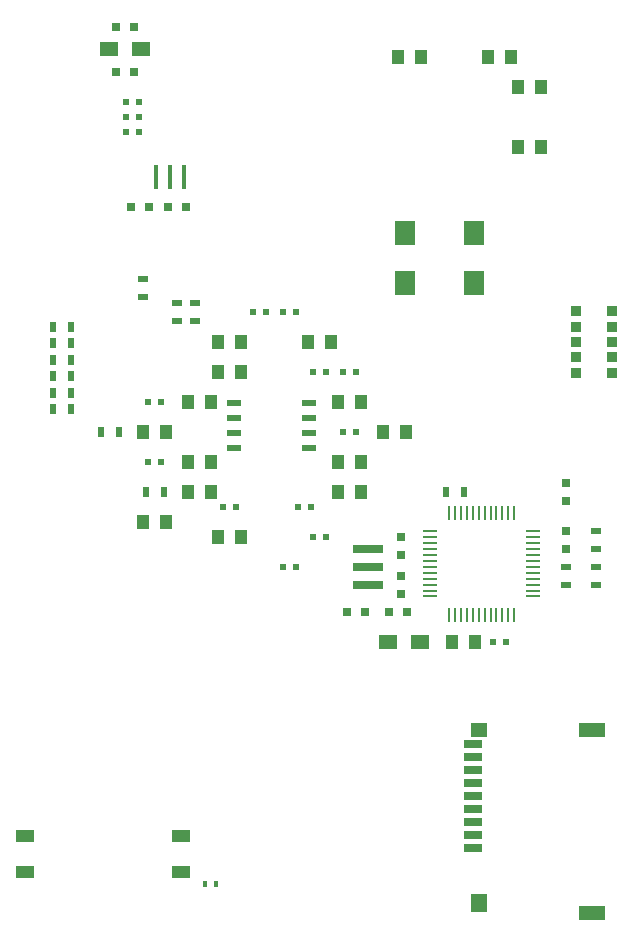
<source format=gbp>
G04 #@! TF.FileFunction,Paste,Bot*
%FSLAX46Y46*%
G04 Gerber Fmt 4.6, Leading zero omitted, Abs format (unit mm)*
G04 Created by KiCad (PCBNEW 4.0.0-rc1-stable) date 29/09/2017 04:45:12 p.m.*
%MOMM*%
G01*
G04 APERTURE LIST*
%ADD10C,0.100000*%
%ADD11R,0.900000X0.500000*%
%ADD12R,1.000000X1.250000*%
%ADD13R,0.900000X0.900000*%
%ADD14R,0.250000X1.300000*%
%ADD15R,1.300000X0.250000*%
%ADD16R,0.500000X0.900000*%
%ADD17R,0.800000X0.750000*%
%ADD18R,0.750000X0.800000*%
%ADD19R,2.600000X0.800000*%
%ADD20R,1.800860X1.998980*%
%ADD21R,1.600000X1.000000*%
%ADD22R,0.400000X0.600000*%
%ADD23R,1.500000X1.300000*%
%ADD24R,1.143000X0.508000*%
%ADD25R,0.600000X0.500000*%
%ADD26R,0.400000X2.000000*%
%ADD27R,2.200000X1.200000*%
%ADD28R,1.400000X1.600000*%
%ADD29R,1.400000X1.200000*%
%ADD30R,1.600000X0.700000*%
G04 APERTURE END LIST*
D10*
D11*
X123531000Y-88110000D03*
X123531000Y-89610000D03*
D12*
X143869060Y-101052580D03*
X145869060Y-101052580D03*
D13*
X163260060Y-90832000D03*
X163260060Y-96032000D03*
X163260060Y-92152000D03*
X163260060Y-94712000D03*
X163260060Y-93432000D03*
X160260060Y-94712000D03*
X160260060Y-90832000D03*
X160260060Y-96032000D03*
X160260060Y-92152000D03*
X160260060Y-93432000D03*
D14*
X149485060Y-107878580D03*
X149985060Y-107878580D03*
X150485060Y-107878580D03*
X150985060Y-107878580D03*
X151485060Y-107878580D03*
X151985060Y-107878580D03*
X152485060Y-107878580D03*
X152985060Y-107878580D03*
X153485060Y-107878580D03*
X153985060Y-107878580D03*
X154485060Y-107878580D03*
X154985060Y-107878580D03*
D15*
X156585060Y-109478580D03*
X156585060Y-109978580D03*
X156585060Y-110478580D03*
X156585060Y-110978580D03*
X156585060Y-111478580D03*
X156585060Y-111978580D03*
X156585060Y-112478580D03*
X156585060Y-112978580D03*
X156585060Y-113478580D03*
X156585060Y-113978580D03*
X156585060Y-114478580D03*
X156585060Y-114978580D03*
D14*
X154985060Y-116578580D03*
X154485060Y-116578580D03*
X153985060Y-116578580D03*
X153485060Y-116578580D03*
X152985060Y-116578580D03*
X152485060Y-116578580D03*
X151985060Y-116578580D03*
X151485060Y-116578580D03*
X150985060Y-116578580D03*
X150485060Y-116578580D03*
X149985060Y-116578580D03*
X149485060Y-116578580D03*
D15*
X147885060Y-114978580D03*
X147885060Y-114478580D03*
X147885060Y-113978580D03*
X147885060Y-113478580D03*
X147885060Y-112978580D03*
X147885060Y-112478580D03*
X147885060Y-111978580D03*
X147885060Y-111478580D03*
X147885060Y-110978580D03*
X147885060Y-110478580D03*
X147885060Y-109978580D03*
X147885060Y-109478580D03*
D11*
X159347060Y-113994580D03*
X159347060Y-112494580D03*
X161887060Y-113994580D03*
X161887060Y-112494580D03*
X161887060Y-110946580D03*
X161887060Y-109446580D03*
D16*
X150699060Y-106132580D03*
X149199060Y-106132580D03*
D17*
X140815000Y-116292000D03*
X142315000Y-116292000D03*
X145873060Y-116292580D03*
X144373060Y-116292580D03*
D18*
X159347060Y-106882580D03*
X159347060Y-105382580D03*
X145377060Y-114756580D03*
X145377060Y-113256580D03*
X145377060Y-109954580D03*
X145377060Y-111454580D03*
D16*
X121489060Y-101052580D03*
X119989060Y-101052580D03*
D19*
X142583060Y-112482580D03*
X142583060Y-113982580D03*
X142583060Y-110982580D03*
D20*
X145778380Y-88421160D03*
X151579740Y-88421160D03*
X145778380Y-84220000D03*
X151579740Y-84220000D03*
D21*
X126736000Y-135298000D03*
X126736000Y-138298000D03*
D22*
X129726000Y-139338000D03*
X128826000Y-139338000D03*
D23*
X144279000Y-118832000D03*
X146979000Y-118832000D03*
D21*
X113528000Y-135298000D03*
X113528000Y-138298000D03*
D24*
X137630060Y-102449580D03*
X137630060Y-101179580D03*
X137630060Y-99909580D03*
X137630060Y-98639580D03*
X131280060Y-98639580D03*
X131280060Y-99909580D03*
X131280060Y-101179580D03*
X131280060Y-102449580D03*
D16*
X125299060Y-106132580D03*
X123799060Y-106132580D03*
D12*
X129899060Y-95972580D03*
X131899060Y-95972580D03*
X123549060Y-101052580D03*
X125549060Y-101052580D03*
X129359060Y-103592580D03*
X127359060Y-103592580D03*
X140059060Y-106132580D03*
X142059060Y-106132580D03*
X139519060Y-93432580D03*
X137519060Y-93432580D03*
X129359060Y-106132580D03*
X127359060Y-106132580D03*
X140059060Y-103592580D03*
X142059060Y-103592580D03*
D25*
X139069060Y-95972580D03*
X137969060Y-95972580D03*
D12*
X123549060Y-108672580D03*
X125549060Y-108672580D03*
X142059060Y-98512580D03*
X140059060Y-98512580D03*
D25*
X141609060Y-95972580D03*
X140509060Y-95972580D03*
X136529060Y-90892580D03*
X135429060Y-90892580D03*
X139069060Y-109942580D03*
X137969060Y-109942580D03*
X135429060Y-112482580D03*
X136529060Y-112482580D03*
D12*
X131899060Y-109942580D03*
X129899060Y-109942580D03*
D25*
X131449060Y-107402580D03*
X130349060Y-107402580D03*
X123999060Y-103592580D03*
X125099060Y-103592580D03*
D12*
X129899060Y-93432580D03*
X131899060Y-93432580D03*
D25*
X132889060Y-90892580D03*
X133989060Y-90892580D03*
X123999060Y-98512580D03*
X125099060Y-98512580D03*
X153209060Y-118832580D03*
X154309060Y-118832580D03*
D12*
X151711060Y-118832580D03*
X149711060Y-118832580D03*
D25*
X140509060Y-101052580D03*
X141609060Y-101052580D03*
D12*
X127359060Y-98512580D03*
X129359060Y-98512580D03*
D25*
X137799060Y-107402580D03*
X136699060Y-107402580D03*
D18*
X159347060Y-110946580D03*
X159347060Y-109446580D03*
D17*
X121259060Y-66762580D03*
X122759060Y-66762580D03*
X121259060Y-70572580D03*
X122759060Y-70572580D03*
D25*
X123194060Y-75652580D03*
X122094060Y-75652580D03*
X123194060Y-73112580D03*
X122094060Y-73112580D03*
D17*
X125704060Y-82002580D03*
X127204060Y-82002580D03*
X124029060Y-82002580D03*
X122529060Y-82002580D03*
D23*
X120659060Y-68667580D03*
X123359060Y-68667580D03*
D26*
X127019060Y-79462580D03*
X125819060Y-79462580D03*
X124619060Y-79462580D03*
D25*
X123194060Y-74382000D03*
X122094060Y-74382000D03*
D16*
X117423000Y-94956000D03*
X115923000Y-94956000D03*
X117423000Y-93559000D03*
X115923000Y-93559000D03*
X117423000Y-92162000D03*
X115923000Y-92162000D03*
X117423000Y-97750000D03*
X115923000Y-97750000D03*
X117423000Y-99147000D03*
X115923000Y-99147000D03*
X117423000Y-96353000D03*
X115923000Y-96353000D03*
D27*
X161612000Y-141822000D03*
X161612000Y-126322000D03*
D28*
X152012000Y-140922000D03*
D29*
X152012000Y-126322000D03*
D30*
X151512000Y-127472000D03*
X151512000Y-129672000D03*
X151512000Y-128572000D03*
X151512000Y-130772000D03*
X151512000Y-131872000D03*
X151512000Y-132972000D03*
X151512000Y-136272000D03*
X151512000Y-135172000D03*
X151512000Y-134072000D03*
D12*
X155299060Y-71842580D03*
X157299060Y-71842580D03*
X152759060Y-69302580D03*
X154759060Y-69302580D03*
X155299060Y-76922580D03*
X157299060Y-76922580D03*
X147139060Y-69302580D03*
X145139060Y-69302580D03*
D11*
X126452000Y-90142000D03*
X126452000Y-91642000D03*
X127976000Y-91642000D03*
X127976000Y-90142000D03*
M02*

</source>
